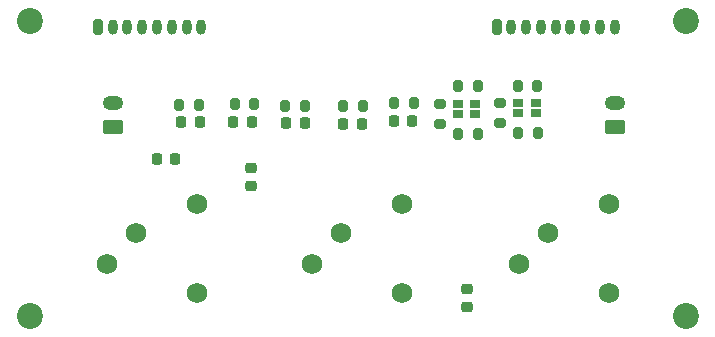
<source format=gts>
G04 #@! TF.GenerationSoftware,KiCad,Pcbnew,9.0.0*
G04 #@! TF.CreationDate,2025-03-21T14:48:03+11:00*
G04 #@! TF.ProjectId,PCB_BackDesign,5043425f-4261-4636-9b44-657369676e2e,rev?*
G04 #@! TF.SameCoordinates,Original*
G04 #@! TF.FileFunction,Soldermask,Top*
G04 #@! TF.FilePolarity,Negative*
%FSLAX46Y46*%
G04 Gerber Fmt 4.6, Leading zero omitted, Abs format (unit mm)*
G04 Created by KiCad (PCBNEW 9.0.0) date 2025-03-21 14:48:03*
%MOMM*%
%LPD*%
G01*
G04 APERTURE LIST*
G04 Aperture macros list*
%AMRoundRect*
0 Rectangle with rounded corners*
0 $1 Rounding radius*
0 $2 $3 $4 $5 $6 $7 $8 $9 X,Y pos of 4 corners*
0 Add a 4 corners polygon primitive as box body*
4,1,4,$2,$3,$4,$5,$6,$7,$8,$9,$2,$3,0*
0 Add four circle primitives for the rounded corners*
1,1,$1+$1,$2,$3*
1,1,$1+$1,$4,$5*
1,1,$1+$1,$6,$7*
1,1,$1+$1,$8,$9*
0 Add four rect primitives between the rounded corners*
20,1,$1+$1,$2,$3,$4,$5,0*
20,1,$1+$1,$4,$5,$6,$7,0*
20,1,$1+$1,$6,$7,$8,$9,0*
20,1,$1+$1,$8,$9,$2,$3,0*%
G04 Aperture macros list end*
%ADD10RoundRect,0.200000X-0.200000X-0.275000X0.200000X-0.275000X0.200000X0.275000X-0.200000X0.275000X0*%
%ADD11R,0.850000X0.650000*%
%ADD12RoundRect,0.218750X0.218750X0.256250X-0.218750X0.256250X-0.218750X-0.256250X0.218750X-0.256250X0*%
%ADD13RoundRect,0.225000X-0.225000X-0.250000X0.225000X-0.250000X0.225000X0.250000X-0.225000X0.250000X0*%
%ADD14C,1.727200*%
%ADD15RoundRect,0.225000X0.250000X-0.225000X0.250000X0.225000X-0.250000X0.225000X-0.250000X-0.225000X0*%
%ADD16C,2.200000*%
%ADD17RoundRect,0.200000X-0.275000X0.200000X-0.275000X-0.200000X0.275000X-0.200000X0.275000X0.200000X0*%
%ADD18RoundRect,0.225000X-0.250000X0.225000X-0.250000X-0.225000X0.250000X-0.225000X0.250000X0.225000X0*%
%ADD19RoundRect,0.200000X-0.200000X-0.450000X0.200000X-0.450000X0.200000X0.450000X-0.200000X0.450000X0*%
%ADD20O,0.800000X1.300000*%
%ADD21RoundRect,0.250000X0.625000X-0.350000X0.625000X0.350000X-0.625000X0.350000X-0.625000X-0.350000X0*%
%ADD22O,1.750000X1.200000*%
G04 APERTURE END LIST*
D10*
X149245000Y-80070792D03*
X150895000Y-80070792D03*
X149245000Y-76070792D03*
X150895000Y-76070792D03*
D11*
X149245000Y-78420792D03*
X149245000Y-77570792D03*
X150695000Y-77570792D03*
X150695000Y-78420792D03*
X154350630Y-78350000D03*
X154350630Y-77500000D03*
X155800630Y-77500000D03*
X155800630Y-78350000D03*
D10*
X139527657Y-77720000D03*
X141177657Y-77720000D03*
D12*
X136257500Y-79182500D03*
X134682500Y-79182500D03*
X127352500Y-79110000D03*
X125777500Y-79110000D03*
D13*
X123725000Y-82250000D03*
X125275000Y-82250000D03*
D10*
X154350000Y-80000000D03*
X156000000Y-80000000D03*
D14*
X127156200Y-93543800D03*
X122000000Y-88463800D03*
X119536200Y-91080000D03*
X127156200Y-86000000D03*
D12*
X131787500Y-79072500D03*
X130212500Y-79072500D03*
D15*
X150000000Y-94775000D03*
X150000000Y-93225000D03*
D14*
X144500000Y-93580000D03*
X139343800Y-88500000D03*
X136880000Y-91116200D03*
X144500000Y-86036200D03*
D16*
X168500000Y-95500000D03*
D10*
X154300630Y-76000000D03*
X155950630Y-76000000D03*
X143821876Y-77500000D03*
X145471876Y-77500000D03*
X130320000Y-77572500D03*
X131970000Y-77572500D03*
D16*
X168500000Y-70500000D03*
D14*
X162000000Y-93543800D03*
X156843800Y-88463800D03*
X154380000Y-91080000D03*
X162000000Y-86000000D03*
D16*
X113000000Y-70500000D03*
D12*
X145364376Y-79000000D03*
X143789376Y-79000000D03*
D10*
X134607500Y-77682500D03*
X136257500Y-77682500D03*
D17*
X147745000Y-77570792D03*
X147745000Y-79220792D03*
D18*
X131750000Y-82975000D03*
X131750000Y-84525000D03*
D16*
X113000000Y-95500000D03*
D10*
X125645000Y-77610000D03*
X127295000Y-77610000D03*
D12*
X141095157Y-79220000D03*
X139520157Y-79220000D03*
D17*
X152800630Y-77500000D03*
X152800630Y-79150000D03*
D19*
X118750000Y-71000000D03*
D20*
X120000000Y-71000000D03*
X121250000Y-71000000D03*
X122500000Y-71000000D03*
X123750000Y-71000000D03*
X125000000Y-71000000D03*
X126250000Y-71000000D03*
X127500000Y-71000000D03*
D19*
X152500000Y-71000000D03*
D20*
X153750000Y-71000000D03*
X155000000Y-71000000D03*
X156250000Y-71000000D03*
X157500000Y-71000000D03*
X158750000Y-71000000D03*
X160000000Y-71000000D03*
X161250000Y-71000000D03*
X162500000Y-71000000D03*
D21*
X120000000Y-79500000D03*
D22*
X120000000Y-77500000D03*
D21*
X162500000Y-79500000D03*
D22*
X162500000Y-77500000D03*
M02*

</source>
